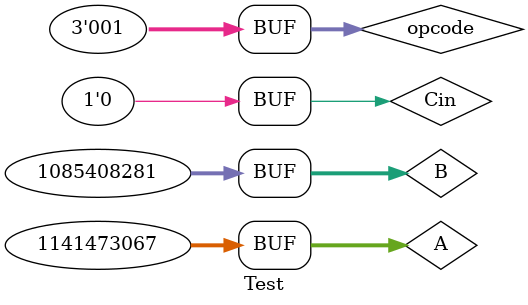
<source format=sv>

module Test;

	// Inputs
	reg [31:0] A;
	reg [31:0] B;
	reg Cin;
	reg [2:0] opcode; 
	// Outputs
	wire [31:0] Out;
	
	// Instantiate the Unit Under Test (UUT)
	FP_Adder_Sub uut (
		.A(A), 
		.B(B), 
		.Cin(Cin),
		.Out(Out),
		.opcode(opcode)
	);

	initial begin
		// Initialize Inputs
		A = 0;
		B = 0;
		Cin = 0;
		opcode = 0;
		// Wait 200 ns for global reset to finish
		#200;
       	 A=32'b01000001001101100000000000000000;//11.375
		 B=32'b01000000101100100000010000011001;//5.56300
		 Cin = 0;
		 opcode = 0;
		 //SUM=16.938
		 $monitor("Output:  %b ",Out);

		#200;
       	 A=32'b11000001001101100000000000000000;//11.375
		 B=32'b11000000101100100000010000011001;//5.56300
		 Cin = 0;
		 //SUM=16.938
		 $monitor("Output:  %b ",Out); 

	 	 #200;
       	 A=32'b01000001001101100000000000000000;//11.375
		 B=32'b11000000101100100000010000011001;//5.56300
		 Cin = 0;
		 //SUM=16.938
		 $monitor("Output:  %b ",Out);	

		 #200;
       	 A=32'b11000001001101100000000000000000;//11.375
		 B=32'b01000000101100100000010000011001;//5.56300
		 Cin = 0;
		 //SUM=16.938
		 $monitor("Output:  %b ",Out);




		#200 
		 B=32'b01000010011011111110101001111111;//59.979
		 A=32'b01000000110100000000000000000000;//6.5
		 Cin = 0;
		 opcode = 3'b001;
		 //SUM=66.479
		 $monitor("Output:  %b ",Out);
		 
		

		#200 
		 B=32'b11000010011011111110101001111111;//59.979
		 A=32'b11000000110100000000000000000000;//6.5
		 Cin = 0;
//		 opcode = 0;
		 //SUM=66.479
		 $monitor("Output:  %b ",Out);

		#200 
		 B=32'b01000010011011111110101001111111;//59.979
		 A=32'b11000000110100000000000000000000;//6.5
		 Cin = 0;
		 //SUM=66.479
		 $monitor("Output:  %b ",Out);

		#200 
		 B=32'b11000010011011111110101001111111;//59.979
		 A=32'b01000000110100000000000000000000;//6.5
		 Cin = 0;
		 //SUM=66.479
		 $monitor("Output:  %b ",Out);









		#200 
		 A=32'b01000100011110100010000000000000;//1000.5
		 B=32'b01000100011101010110100111011011;//981.654
		 Cin = 0;
		 //SUM=1982.1539
		 $monitor("Output:  %b ",Out);
		 
		 
		#200
		 A=32'b01000100000010010111111100101011;//549.987
		 B=32'b01000000101100100000010000011001;//5.563
		 Cin = 0;
		 //SUM=555.499
		 $monitor("Output:  %b ",Out);
		  
		
	end
      
endmodule

</source>
